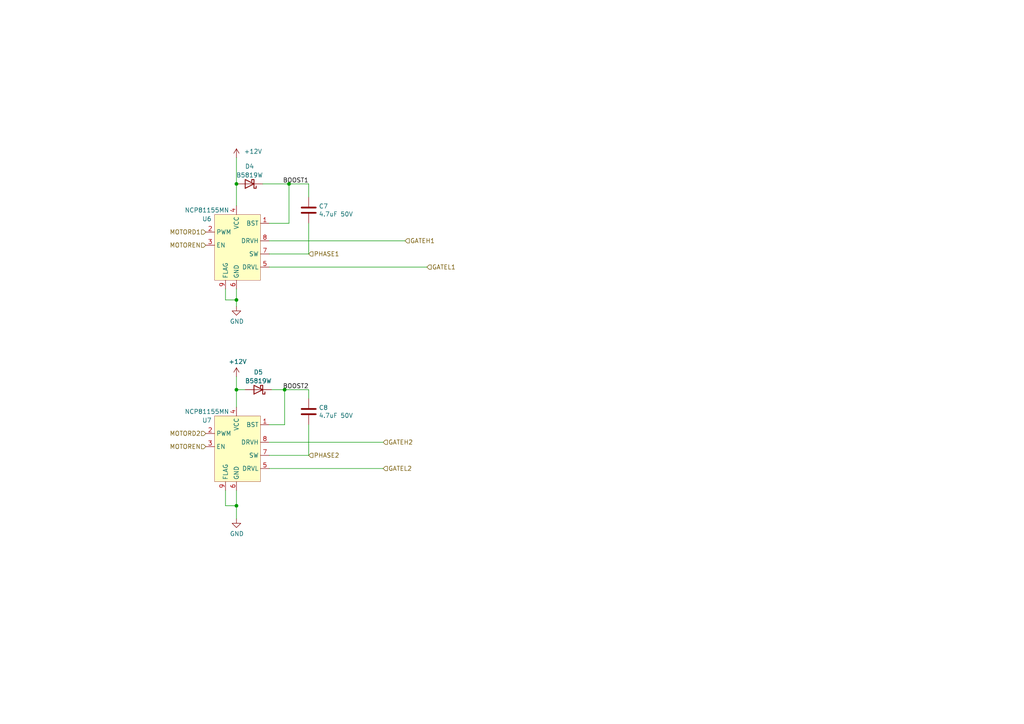
<source format=kicad_sch>
(kicad_sch (version 20210621) (generator eeschema)
  (paper "A4")
  (lib_symbols
    (symbol "Device:C" (pin_numbers hide) (pin_names (offset 0.254))
      (property "Reference" "C" (at 0.635 2.54 0))
      (property "Value" "C" (at 0.635 -2.54 0))
      (symbol "C_0_1"
        (polyline (pts (xy -2.032 -0.762) (xy 2.032 -0.762)) (stroke (width 0.508)))
        (polyline (pts (xy -2.032 0.762) (xy 2.032 0.762)) (stroke (width 0.508)))
      )
      (symbol "C_1_1"
        (pin passive line (at 0 3.81 270) (length 2.794) (name "~") (number "1"))
        (pin passive line (at 0 -3.81 90) (length 2.794) (name "~") (number "2"))
      )
    )
    (symbol "Device:D_Schottky" (pin_numbers hide) (pin_names (offset 1.016) hide)
      (property "Reference" "D" (at 0 2.54 0))
      (property "Value" "D_Schottky" (at 0 -2.54 0))
      (symbol "D_Schottky_0_1"
        (polyline (pts (xy 1.27 0) (xy -1.27 0)))
        (polyline (pts (xy 1.27 1.27) (xy 1.27 -1.27) (xy -1.27 0) (xy 1.27 1.27)) (stroke (width 0.254)))
        (polyline (pts (xy -1.905 0.635) (xy -1.905 1.27) (xy -1.27 1.27) (xy -1.27 -1.27) (xy -0.635 -1.27) (xy -0.635 -0.635)) (stroke (width 0.254)))
      )
      (symbol "D_Schottky_1_1"
        (pin passive line (at -3.81 0 0) (length 2.54) (name "K") (number "1"))
        (pin passive line (at 3.81 0 180) (length 2.54) (name "A") (number "2"))
      )
    )
    (symbol "featheresc_logic:NCP81155MN"
      (property "Reference" "U" (at 0 0 0))
      (property "Value" "NCP81155MN" (at 0.635 -3.175 0))
      (symbol "NCP81155MN_0_1"
        (rectangle (start -6.35 11.43) (end 6.985 -7.62) (stroke (width 0.001)) (fill (type background)))
      )
      (symbol "NCP81155MN_1_1"
        (pin power_out line (at 9.525 8.89 180) (length 2.54) (name "BST") (number "1"))
        (pin input line (at -8.89 6.35 0) (length 2.54) (name "PWM") (number "2"))
        (pin input line (at -8.89 2.54 0) (length 2.54) (name "EN") (number "3"))
        (pin power_in line (at 0 13.97 270) (length 2.54) (name "VCC") (number "4"))
        (pin output line (at 9.525 -3.81 180) (length 2.54) (name "DRVL") (number "5"))
        (pin power_in line (at 0 -10.16 90) (length 2.54) (name "GND") (number "6"))
        (pin passive line (at 9.525 0 180) (length 2.54) (name "SW") (number "7"))
        (pin output line (at 9.525 3.81 180) (length 2.54) (name "DRVH") (number "8"))
        (pin power_in line (at -3.175 -10.16 90) (length 2.54) (name "FLAG") (number "9"))
      )
    )
    (symbol "power:+12V" (power) (pin_names (offset 0))
      (property "Value" "+12V" (at 0 3.556 0))
      (symbol "+12V_0_1"
        (polyline (pts (xy -0.762 1.27) (xy 0 2.54)))
        (polyline (pts (xy 0 0) (xy 0 2.54)))
        (polyline (pts (xy 0 2.54) (xy 0.762 1.27)))
      )
      (symbol "+12V_1_1"
        (pin power_in line (at 0 0 90) (length 0) hide (name "+12V") (number "1"))
      )
    )
    (symbol "power:GND" (power) (pin_names (offset 0))
      (property "Value" "GND" (at 0 -3.81 0))
      (symbol "GND_0_1"
        (polyline (pts (xy 0 0) (xy 0 -1.27) (xy 1.27 -1.27) (xy 0 -2.54) (xy -1.27 -1.27) (xy 0 -1.27)))
      )
      (symbol "GND_1_1"
        (pin power_in line (at 0 0 270) (length 0) hide (name "GND") (number "1"))
      )
    )
  )
  (junction (at 68.58 146.685) (diameter 0.9144))
  (junction (at 83.82 53.34) (diameter 0.9144))
  (junction (at 68.58 53.34) (diameter 0.9144))
  (junction (at 68.58 113.03) (diameter 0.9144))
  (junction (at 68.58 86.995) (diameter 0.9144))
  (junction (at 82.55 113.03) (diameter 0.9144))
  (wire (pts (xy 68.58 142.24) (xy 68.58 146.685)))
  (wire (pts (xy 65.405 86.995) (xy 68.58 86.995)))
  (wire (pts (xy 89.535 113.03) (xy 89.535 115.57)))
  (wire (pts (xy 78.105 73.66) (xy 89.535 73.66)))
  (wire (pts (xy 68.58 113.03) (xy 68.58 118.11)))
  (wire (pts (xy 89.535 73.66) (xy 89.535 64.77)))
  (wire (pts (xy 78.105 135.89) (xy 111.125 135.89)))
  (wire (pts (xy 89.535 132.08) (xy 89.535 123.19)))
  (wire (pts (xy 78.105 128.27) (xy 111.125 128.27)))
  (wire (pts (xy 82.55 113.03) (xy 82.55 123.19)))
  (wire (pts (xy 78.105 77.47) (xy 123.825 77.47)))
  (wire (pts (xy 68.58 53.34) (xy 68.58 59.69)))
  (wire (pts (xy 68.58 109.22) (xy 68.58 113.03)))
  (wire (pts (xy 82.55 113.03) (xy 89.535 113.03)))
  (wire (pts (xy 68.58 86.995) (xy 68.58 83.82)))
  (wire (pts (xy 78.105 64.77) (xy 83.82 64.77)))
  (wire (pts (xy 76.2 53.34) (xy 83.82 53.34)))
  (wire (pts (xy 78.105 132.08) (xy 89.535 132.08)))
  (wire (pts (xy 65.405 83.82) (xy 65.405 86.995)))
  (wire (pts (xy 65.405 142.24) (xy 65.405 146.685)))
  (wire (pts (xy 83.82 64.77) (xy 83.82 53.34)))
  (wire (pts (xy 78.74 113.03) (xy 82.55 113.03)))
  (wire (pts (xy 78.105 69.85) (xy 117.475 69.85)))
  (wire (pts (xy 68.58 146.685) (xy 68.58 150.495)))
  (wire (pts (xy 83.82 53.34) (xy 89.535 53.34)))
  (wire (pts (xy 68.58 113.03) (xy 71.12 113.03)))
  (wire (pts (xy 89.535 53.34) (xy 89.535 57.15)))
  (wire (pts (xy 68.58 88.9) (xy 68.58 86.995)))
  (wire (pts (xy 68.58 45.72) (xy 68.58 53.34)))
  (wire (pts (xy 82.55 123.19) (xy 78.105 123.19)))
  (wire (pts (xy 65.405 146.685) (xy 68.58 146.685)))
  (label "BOOST1" (at 89.535 53.34 180))
  (label "BOOST2" (at 89.535 113.03 180))
  (hierarchical_label "GATEH2" (shape input) (at 111.125 128.27 0))
  (hierarchical_label "PHASE1" (shape input) (at 89.535 73.66 0))
  (hierarchical_label "MOTORD1" (shape input) (at 59.69 67.31 180))
  (hierarchical_label "MOTOREN" (shape input) (at 59.69 71.12 180))
  (hierarchical_label "GATEH1" (shape input) (at 117.475 69.85 0))
  (hierarchical_label "GATEL2" (shape input) (at 111.125 135.89 0))
  (hierarchical_label "MOTORD2" (shape input) (at 59.69 125.73 180))
  (hierarchical_label "MOTOREN" (shape input) (at 59.69 129.54 180))
  (hierarchical_label "PHASE2" (shape input) (at 89.535 132.08 0))
  (hierarchical_label "GATEL1" (shape input) (at 123.825 77.47 0))
  (symbol (lib_id "Device:C") (at 89.535 119.38 0)
    (property "Reference" "C8" (at 92.456 118.231 0) (effects (justify left)))
    (property "Value" "4.7uF 50V" (at 92.4561 120.5293 0) (effects (justify left)))
    (property "Footprint" "Capacitor_SMD:C_1206_3216Metric_Pad1.33x1.80mm_HandSolder" (effects hide))
    (property "LCSC" "C29823" (effects hide))
  )
  (symbol (lib_id "featheresc_logic:NCP81155MN") (at 68.58 132.08 0)
    (property "Reference" "U7" (at 60.0075 121.92 0))
    (property "Value" "NCP81155MN" (at 60.0075 119.38 0))
    (property "Footprint" "Package_DFN_QFN:DFN-8-1EP_3x3mm_P0.5mm_EP1.66x2.38mm" (effects hide))
    (property "LCSC" "C173765" (effects hide))
  )
  (symbol (lib_id "power:GND") (at 68.58 88.9 0)
    (property "Reference" "#PWR013" (effects hide))
    (property "Value" "GND" (at 68.6943 93.2244 0))
  )
  (symbol (lib_id "Device:C") (at 89.535 60.96 0)
    (property "Reference" "C7" (at 92.4561 59.8106 0) (effects (justify left)))
    (property "Value" "4.7uF 50V" (at 92.4561 62.1093 0) (effects (justify left)))
    (property "Footprint" "Capacitor_SMD:C_1206_3216Metric_Pad1.33x1.80mm_HandSolder" (effects hide))
    (property "LCSC" "C29823" (effects hide))
  )
  (symbol (lib_id "power:GND") (at 68.58 150.495 0)
    (property "Reference" "#PWR015" (effects hide))
    (property "Value" "GND" (at 68.6943 154.8194 0))
  )
  (symbol (lib_id "power:+12V") (at 68.58 109.22 0)
    (property "Reference" "#PWR014" (effects hide))
    (property "Value" "+12V" (at 68.9483 104.8956 0))
  )
  (symbol (lib_id "Device:D_Schottky") (at 72.39 53.34 180)
    (property "Reference" "D4" (at 72.39 48.26 0))
    (property "Value" "B5819W" (at 72.39 50.8 0))
    (property "Footprint" "Diode_SMD:D_SOD-123" (effects hide))
    (property "LCSC" "C8598" (effects hide))
  )
  (symbol (lib_id "featheresc_logic:NCP81155MN") (at 68.58 73.66 0)
    (property "Reference" "U6" (at 60.0075 63.5 0))
    (property "Value" "NCP81155MN" (at 60.0075 60.96 0))
    (property "Footprint" "Package_DFN_QFN:DFN-8-1EP_3x3mm_P0.5mm_EP1.66x2.38mm" (effects hide))
    (property "LCSC" "C173765" (effects hide))
  )
  (symbol (lib_id "power:+12V") (at 68.58 45.72 0)
    (property "Reference" "#PWR012" (effects hide))
    (property "Value" "+12V" (at 73.3933 43.9356 0))
  )
  (symbol (lib_id "Device:D_Schottky") (at 74.93 113.03 180)
    (property "Reference" "D5" (at 74.93 107.95 0))
    (property "Value" "B5819W" (at 74.93 110.49 0))
    (property "Footprint" "Diode_SMD:D_SOD-123" (effects hide))
    (property "LCSC" "C8598" (effects hide))
  )
)
</source>
